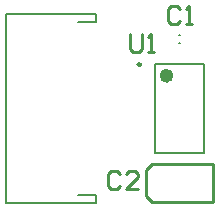
<source format=gto>
G04 Layer_Color=65535*
%FSAX24Y24*%
%MOIN*%
G70*
G01*
G75*
%ADD13C,0.0100*%
%ADD17C,0.0236*%
%ADD18C,0.0098*%
%ADD19C,0.0080*%
%ADD20C,0.0079*%
D13*
X056102Y016870D02*
Y018129D01*
X054094Y016870D02*
X056102D01*
X054095Y018130D02*
X056102Y018129D01*
X053898Y017067D02*
Y017933D01*
X054095Y018130D01*
X053898Y017067D02*
X054094Y016870D01*
X053360Y022460D02*
Y021960D01*
X053460Y021860D01*
X053660D01*
X053760Y021960D01*
Y022460D01*
X053960Y021860D02*
X054160D01*
X054060D01*
Y022460D01*
X053960Y022360D01*
X053000Y017800D02*
X052900Y017900D01*
X052700D01*
X052600Y017800D01*
Y017400D01*
X052700Y017300D01*
X052900D01*
X053000Y017400D01*
X053600Y017300D02*
X053200D01*
X053600Y017700D01*
Y017800D01*
X053500Y017900D01*
X053300D01*
X053200Y017800D01*
X055000Y023300D02*
X054900Y023400D01*
X054700D01*
X054600Y023300D01*
Y022900D01*
X054700Y022800D01*
X054900D01*
X055000Y022900D01*
X055200Y022800D02*
X055400D01*
X055300D01*
Y023400D01*
X055200Y023300D01*
D17*
X054685Y021083D02*
G03*
X054685Y021083I-000118J000000D01*
G01*
D18*
X053711Y021457D02*
G03*
X053711Y021457I-000049J000000D01*
G01*
D19*
X051600Y022890D02*
X052230D01*
X051600Y017104D02*
X052230D01*
Y022890D02*
Y023150D01*
Y016848D02*
Y017104D01*
X049230Y023150D02*
X052230D01*
X049230Y016850D02*
Y023150D01*
Y016848D02*
X052230D01*
D20*
X054980Y022162D02*
X055020D01*
X054980Y022438D02*
X055020D01*
X054173Y018524D02*
X055827D01*
X054173Y021476D02*
X055827D01*
Y018524D02*
Y021476D01*
X054173Y018524D02*
Y021476D01*
M02*

</source>
